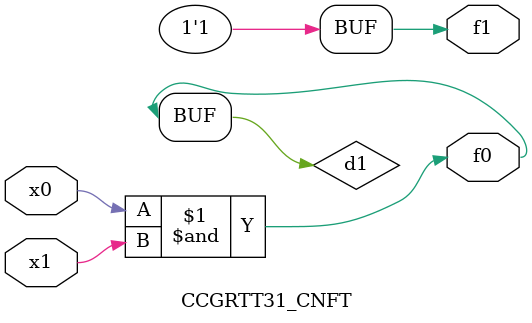
<source format=v>
module CCGRTT31_CNFT(
	input x0, x1,
	output f0, f1
);

	wire d1;

	assign f0 = d1;
	and (d1, x0, x1);
	assign f1 = 1'b1;
endmodule

</source>
